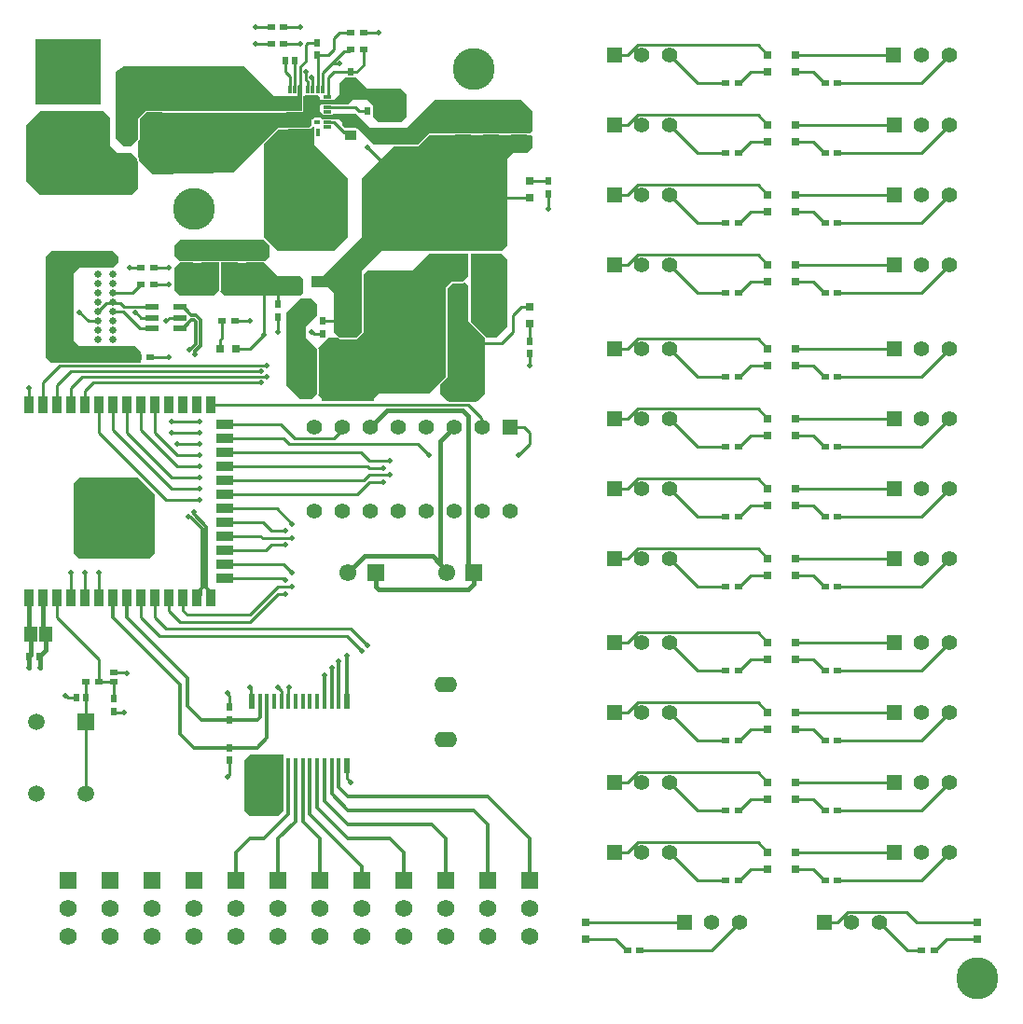
<source format=gtl>
G04*
G04 #@! TF.GenerationSoftware,Altium Limited,Altium Designer,21.7.2 (23)*
G04*
G04 Layer_Physical_Order=1*
G04 Layer_Color=255*
%FSLAX25Y25*%
%MOIN*%
G70*
G04*
G04 #@! TF.SameCoordinates,5233C9E9-E8BD-4DB4-A303-C3663256A2A9*
G04*
G04*
G04 #@! TF.FilePolarity,Positive*
G04*
G01*
G75*
%ADD10C,0.01000*%
%ADD19R,0.06496X0.04921*%
%ADD20R,0.05339X0.04638*%
%ADD21R,0.03937X0.03543*%
%ADD22R,0.04638X0.05339*%
%ADD23R,0.02362X0.02953*%
%ADD24R,0.02520X0.02362*%
%ADD25R,0.02362X0.02520*%
%ADD26R,0.02953X0.02362*%
%ADD27R,0.01575X0.05315*%
%ADD28R,0.02362X0.05315*%
%ADD29R,0.03150X0.03150*%
%ADD30R,0.03543X0.05906*%
%ADD31R,0.05906X0.03543*%
%ADD32R,0.03150X0.03150*%
%ADD33R,0.02284X0.01496*%
%ADD34R,0.06201X0.04134*%
%ADD35R,0.01181X0.02854*%
%ADD36R,0.02854X0.01181*%
%ADD37R,0.01181X0.02874*%
%ADD38C,0.01072*%
%ADD39C,0.04252*%
%ADD40C,0.03255*%
%ADD41R,0.05000X0.05512*%
%ADD42R,0.18583X0.18898*%
G04:AMPARAMS|DCode=43|XSize=39.54mil|YSize=125.28mil|CornerRadius=17.2mil|HoleSize=0mil|Usage=FLASHONLY|Rotation=270.000|XOffset=0mil|YOffset=0mil|HoleType=Round|Shape=RoundedRectangle|*
%AMROUNDEDRECTD43*
21,1,0.03954,0.09088,0,0,270.0*
21,1,0.00514,0.12528,0,0,270.0*
1,1,0.03440,-0.04544,-0.00257*
1,1,0.03440,-0.04544,0.00257*
1,1,0.03440,0.04544,0.00257*
1,1,0.03440,0.04544,-0.00257*
%
%ADD43ROUNDEDRECTD43*%
G04:AMPARAMS|DCode=44|XSize=39.54mil|YSize=34.34mil|CornerRadius=17.17mil|HoleSize=0mil|Usage=FLASHONLY|Rotation=270.000|XOffset=0mil|YOffset=0mil|HoleType=Round|Shape=RoundedRectangle|*
%AMROUNDEDRECTD44*
21,1,0.03954,0.00000,0,0,270.0*
21,1,0.00520,0.03434,0,0,270.0*
1,1,0.03434,0.00000,-0.00260*
1,1,0.03434,0.00000,0.00260*
1,1,0.03434,0.00000,0.00260*
1,1,0.03434,0.00000,-0.00260*
%
%ADD44ROUNDEDRECTD44*%
%ADD45R,0.03434X0.03954*%
%ADD46R,0.05315X0.05906*%
%ADD47R,0.03150X0.03543*%
%ADD48R,0.12500X0.19500*%
G04:AMPARAMS|DCode=49|XSize=47.64mil|YSize=23.23mil|CornerRadius=2.9mil|HoleSize=0mil|Usage=FLASHONLY|Rotation=0.000|XOffset=0mil|YOffset=0mil|HoleType=Round|Shape=RoundedRectangle|*
%AMROUNDEDRECTD49*
21,1,0.04764,0.01742,0,0,0.0*
21,1,0.04183,0.02323,0,0,0.0*
1,1,0.00581,0.02092,-0.00871*
1,1,0.00581,-0.02092,-0.00871*
1,1,0.00581,-0.02092,0.00871*
1,1,0.00581,0.02092,0.00871*
%
%ADD49ROUNDEDRECTD49*%
%ADD70C,0.06181*%
%ADD71R,0.06181X0.06181*%
%ADD73C,0.05512*%
%ADD74R,0.05512X0.05512*%
%ADD75C,0.02559*%
G04:AMPARAMS|DCode=76|XSize=35.43mil|YSize=94.49mil|CornerRadius=17.72mil|HoleSize=0mil|Usage=FLASHONLY|Rotation=270.000|XOffset=0mil|YOffset=0mil|HoleType=Round|Shape=RoundedRectangle|*
%AMROUNDEDRECTD76*
21,1,0.03543,0.05906,0,0,270.0*
21,1,0.00000,0.09449,0,0,270.0*
1,1,0.03543,-0.02953,0.00000*
1,1,0.03543,-0.02953,0.00000*
1,1,0.03543,0.02953,0.00000*
1,1,0.03543,0.02953,0.00000*
%
%ADD76ROUNDEDRECTD76*%
G04:AMPARAMS|DCode=77|XSize=35.43mil|YSize=66.93mil|CornerRadius=17.72mil|HoleSize=0mil|Usage=FLASHONLY|Rotation=270.000|XOffset=0mil|YOffset=0mil|HoleType=Round|Shape=RoundedRectangle|*
%AMROUNDEDRECTD77*
21,1,0.03543,0.03150,0,0,270.0*
21,1,0.00000,0.06693,0,0,270.0*
1,1,0.03543,-0.01575,0.00000*
1,1,0.03543,-0.01575,0.00000*
1,1,0.03543,0.01575,0.00000*
1,1,0.03543,0.01575,0.00000*
%
%ADD77ROUNDEDRECTD77*%
%ADD79C,0.06102*%
%ADD80R,0.06102X0.06102*%
%ADD81C,0.01500*%
%ADD82C,0.01200*%
%ADD83C,0.06000*%
%ADD84C,0.15000*%
%ADD85R,0.23622X0.23622*%
%ADD86R,0.05512X0.05512*%
%ADD87R,0.05906X0.05906*%
%ADD88C,0.05906*%
%ADD89O,0.08268X0.05512*%
%ADD90C,0.23622*%
%ADD91C,0.01968*%
G36*
X252000Y423000D02*
X264000D01*
X266000Y421000D01*
Y413000D01*
X264000Y411000D01*
X256000D01*
X254000Y413000D01*
Y417000D01*
X252000Y419000D01*
X246500D01*
X244967Y417467D01*
X235467D01*
X235000Y417000D01*
Y415000D01*
X235801Y414199D01*
Y413714D01*
X239455D01*
Y414000D01*
X248000D01*
X253000Y409000D01*
X266000D01*
X276000Y419000D01*
X307000D01*
X311000Y415000D01*
Y408000D01*
X310000Y407000D01*
X309163D01*
Y407105D01*
X303024D01*
Y407000D01*
X299116D01*
Y407105D01*
X292977D01*
Y407000D01*
X289070D01*
Y407105D01*
X282930D01*
Y407000D01*
X274000D01*
X270000Y403000D01*
X254000D01*
X248369Y408632D01*
Y408782D01*
X248218D01*
X248000Y409000D01*
X244000D01*
X243000Y410000D01*
Y411000D01*
X242000Y412000D01*
X239455D01*
Y412152D01*
X235848D01*
X235087Y412913D01*
X232953D01*
X232039Y412000D01*
X232000D01*
Y410000D01*
X231232Y409232D01*
X223602D01*
X223296Y409105D01*
X223253Y409000D01*
X220000D01*
X204000Y393000D01*
X175046Y392454D01*
X170014Y397486D01*
Y398569D01*
X170000D01*
Y404388D01*
X170306Y404694D01*
X170433Y405000D01*
Y412321D01*
X172697Y414585D01*
X172906Y414672D01*
X178540D01*
X178793Y414567D01*
X222800D01*
X222879Y414600D01*
X222965Y414600D01*
X222981Y414615D01*
X223110Y414669D01*
Y414705D01*
X228063D01*
X228215Y414768D01*
X228366Y414828D01*
X228722Y415176D01*
X228723Y415179D01*
X228725Y415180D01*
X228788Y415331D01*
X228852Y415481D01*
X228851Y415484D01*
X228852Y415486D01*
Y420224D01*
X228933Y420420D01*
Y420424D01*
X229101Y420560D01*
X229502Y420801D01*
X234199D01*
X235000Y420000D01*
Y419000D01*
X240000D01*
X242000Y421000D01*
Y425000D01*
X244000Y427000D01*
X248000D01*
X252000Y423000D01*
D02*
G37*
G36*
X218500Y420500D02*
X227000D01*
Y424000D01*
X227500Y424500D01*
X228000D01*
X228500Y424000D01*
Y420420D01*
X228419D01*
Y415486D01*
X228063Y415138D01*
X223110D01*
X222804Y415011D01*
X222800Y415000D01*
X178793D01*
Y415105D01*
X172654D01*
Y415000D01*
X172500D01*
X170000Y412500D01*
Y405000D01*
X167500Y402500D01*
X165000D01*
X162000Y405500D01*
Y429000D01*
X165000Y431000D01*
X208000D01*
X218500Y420500D01*
D02*
G37*
G36*
X311000Y406000D02*
Y402000D01*
X309000Y400000D01*
X304000D01*
X302000Y398000D01*
Y367000D01*
X300000Y365000D01*
X257000D01*
X250000Y358000D01*
Y336000D01*
X248000Y334000D01*
X242000D01*
X240000Y336000D01*
Y350000D01*
X238000Y352000D01*
X232000D01*
Y356000D01*
X236000D01*
X250000Y370000D01*
Y391000D01*
X261567Y402567D01*
X270000D01*
X270306Y402694D01*
X274179Y406567D01*
X282930D01*
X283183Y406672D01*
X288817D01*
X289070Y406567D01*
X292977D01*
X293230Y406672D01*
X298864D01*
X299116Y406567D01*
X303024D01*
X303276Y406672D01*
X308910D01*
X309163Y406567D01*
X310000D01*
X310306Y406694D01*
X311000Y406000D01*
D02*
G37*
G36*
X160000Y412500D02*
Y402500D01*
X162500Y400000D01*
X167500D01*
X169581Y397919D01*
Y397486D01*
X169707Y397180D01*
X170000Y396888D01*
Y387500D01*
X167500Y385000D01*
X135000D01*
X130000Y390000D01*
Y410000D01*
X135000Y415000D01*
X157500D01*
X160000Y412500D01*
D02*
G37*
G36*
X233000Y403000D02*
X245000Y391000D01*
Y370000D01*
X240000Y365000D01*
X220000D01*
X215000Y370000D01*
Y403388D01*
X220179Y408567D01*
X223253D01*
X223332Y408600D01*
X223418D01*
X223479Y408661D01*
X223559Y408694D01*
X223585Y408756D01*
X223602Y408764D01*
Y408799D01*
X231232D01*
X231538Y408926D01*
X232112Y409500D01*
X233000D01*
Y403000D01*
D02*
G37*
G36*
X217000Y367000D02*
Y363000D01*
X215306Y361306D01*
X215000Y361433D01*
X208660D01*
X208379Y361316D01*
X205622D01*
X205340Y361433D01*
X199433D01*
X199216Y361343D01*
X199000Y361433D01*
X192660D01*
X192378Y361316D01*
X189621D01*
X189340Y361433D01*
X185000D01*
X184694Y361306D01*
X183000Y363000D01*
Y367000D01*
X185000Y369000D01*
X215000D01*
X217000Y367000D01*
D02*
G37*
G36*
X220000Y356000D02*
X228000D01*
X229000Y355000D01*
Y350000D01*
X228000Y349000D01*
X201000D01*
X199306Y350694D01*
X199433Y351000D01*
Y361000D01*
X205340D01*
Y360883D01*
X208660D01*
Y361000D01*
X215000D01*
X220000Y356000D01*
D02*
G37*
G36*
X199000Y351000D02*
X197000Y349000D01*
X185000D01*
X183000Y351000D01*
Y359000D01*
X185000Y361000D01*
X189340D01*
Y360883D01*
X192660D01*
Y361000D01*
X199000D01*
Y351000D01*
D02*
G37*
G36*
X302000Y362000D02*
Y338000D01*
X298000Y334000D01*
X294433D01*
X294306Y334306D01*
X289000Y339612D01*
Y364000D01*
X300000D01*
X302000Y362000D01*
D02*
G37*
G36*
X288000Y364000D02*
Y356000D01*
X286000Y354000D01*
X282000D01*
X280000Y352000D01*
Y320000D01*
X274000Y314000D01*
X256000D01*
X254000Y312000D01*
X236000D01*
X234306Y313694D01*
X234433Y314000D01*
Y330000D01*
X234306Y330306D01*
X238000Y334000D01*
X241388D01*
X241694Y333694D01*
X242000Y333567D01*
X248000D01*
X248306Y333694D01*
X250306Y335694D01*
X250433Y336000D01*
Y356433D01*
X252000Y358000D01*
X268000D01*
X274000Y364000D01*
X288000Y364000D01*
D02*
G37*
G36*
X163000Y363000D02*
Y361000D01*
X161000Y359000D01*
X149000D01*
X147000Y357000D01*
Y333000D01*
X149000Y331000D01*
X169000D01*
X171000Y329000D01*
Y325000D01*
X139000D01*
X137000Y327000D01*
Y363000D01*
X139000Y365000D01*
X161000D01*
X163000Y363000D01*
D02*
G37*
G36*
X288000Y352612D02*
Y340000D01*
X294000Y334000D01*
Y314000D01*
X292000Y312000D01*
X280000D01*
X278000Y314000D01*
Y317388D01*
X280306Y319694D01*
X280433Y320000D01*
Y351821D01*
X282179Y353567D01*
X286000D01*
X286306Y353694D01*
X286612Y354000D01*
X288000Y352612D01*
D02*
G37*
G36*
X234000Y346000D02*
Y342000D01*
X230000Y338000D01*
Y334000D01*
X234000Y330000D01*
Y314000D01*
X232000Y312000D01*
X228000D01*
X223000Y317000D01*
Y343000D01*
X228000Y348000D01*
X232000D01*
X234000Y346000D01*
D02*
G37*
G36*
X176000Y278000D02*
Y257000D01*
X174000Y255000D01*
Y255000D01*
X150000D01*
X149000Y255000D01*
X147000Y257000D01*
Y282000D01*
X149000Y284000D01*
X170000D01*
X176000Y278000D01*
D02*
G37*
G36*
X222000Y165000D02*
X220000Y163000D01*
X210000D01*
X208000Y165000D01*
Y183000D01*
X210000Y185000D01*
X222000D01*
Y165000D01*
D02*
G37*
D10*
X310000Y390000D02*
X316405D01*
Y380188D02*
Y385472D01*
X243465Y407535D02*
X246000D01*
X239929Y411071D02*
X243465Y407535D01*
X237719Y411071D02*
X239929D01*
X247524Y416476D02*
X249000Y415000D01*
X252000D01*
X237628Y416476D02*
X247524D01*
X156000Y241102D02*
Y250000D01*
X151000Y241102D02*
Y250000D01*
X146000Y241102D02*
Y250000D01*
X184000Y296000D02*
X192000D01*
Y304000D02*
Y304262D01*
X182000Y304000D02*
X192000D01*
X182000Y300000D02*
X192000D01*
X151000Y310000D02*
Y315000D01*
X146000Y310000D02*
Y316000D01*
X150000Y320000D01*
X216000D01*
X146000Y322000D02*
X214000D01*
X142000Y324000D02*
X216000D01*
X141000Y317000D02*
X146000Y322000D01*
X136000Y318000D02*
X142000Y324000D01*
X239031Y432030D02*
X241969D01*
X239031D02*
X243611Y436611D01*
X235807Y428807D02*
X239031Y432030D01*
X258000Y396000D02*
X260000D01*
X252000Y402000D02*
X258000Y396000D01*
X270000Y296000D02*
X274000Y292000D01*
X224000Y296000D02*
X270000D01*
X310000D02*
Y300000D01*
X306000Y292000D02*
X310000Y296000D01*
X303000Y302000D02*
X308000D01*
X310000Y300000D01*
X292491Y302509D02*
X293000Y302000D01*
X288000Y310000D02*
X292491Y305509D01*
X196000Y310000D02*
X288000D01*
X292491Y302509D02*
Y305509D01*
X240000Y298000D02*
X243000Y301000D01*
Y302000D01*
X180000Y340000D02*
X181260Y341260D01*
X184882D01*
X151000Y315000D02*
X154000Y318000D01*
X214000D01*
X176000Y234000D02*
X180000Y230000D01*
X176000Y234000D02*
Y241102D01*
X244500Y227500D02*
X250000Y222000D01*
X177500Y227500D02*
X244500D01*
X180000Y230000D02*
X246000D01*
X252000Y224000D01*
X171000Y234000D02*
X177500Y227500D01*
X171000Y234000D02*
Y241102D01*
X220000Y242500D02*
X222500D01*
X210000Y232500D02*
X220000Y242500D01*
X185000Y232500D02*
X210000D01*
X181000Y236500D02*
X185000Y232500D01*
X181000Y236500D02*
Y241102D01*
X220000Y245000D02*
X225000D01*
X210000Y235000D02*
X220000Y245000D01*
X187500Y235000D02*
X210000D01*
X186000Y236500D02*
X187500Y235000D01*
X186000Y236500D02*
Y241102D01*
X222238Y247500D02*
X222500D01*
X221687Y248051D02*
X222238Y247500D01*
X200921Y248051D02*
X221687D01*
X221949Y253051D02*
X225000Y250000D01*
X200921Y253051D02*
X221949D01*
X200921Y258051D02*
X215551D01*
X217500Y260000D02*
X222500D01*
X215551Y258051D02*
X217500Y260000D01*
X214332Y262500D02*
X225000D01*
X213780Y263051D02*
X214332Y262500D01*
X200921Y263051D02*
X213780D01*
X217500Y265000D02*
X222500D01*
X214449Y268051D02*
X217500Y265000D01*
X200921Y268051D02*
X214449D01*
X219449Y273051D02*
X225000Y267500D01*
X200921Y273051D02*
X219449D01*
X252500Y290000D02*
X260000D01*
X249449Y293051D02*
X252500Y290000D01*
X200921Y293051D02*
X249449D01*
X252500Y287500D02*
X257500D01*
X251949Y288051D02*
X252500Y287500D01*
X200921Y288051D02*
X251949D01*
X200921Y278051D02*
X248051D01*
X252500Y282500D01*
X257500D01*
X250551Y283051D02*
X252500Y285000D01*
X260000D01*
X200921Y283051D02*
X250551D01*
X221949Y298051D02*
X224000Y296000D01*
X200921Y298051D02*
X221949D01*
X226000Y298000D02*
X240000D01*
X220949Y303051D02*
X226000Y298000D01*
X200921Y303051D02*
X220949D01*
X405000Y410000D02*
X440158D01*
X411083Y404095D02*
X415177Y400000D01*
X415472D01*
X405000Y404095D02*
X411083D01*
Y379095D02*
X415177Y375000D01*
X405000Y379095D02*
X411083D01*
X415177Y375000D02*
X415472D01*
X405000Y385000D02*
X440158D01*
X405000Y360000D02*
X440158D01*
X411083Y354095D02*
X415177Y350000D01*
X405000Y354095D02*
X411083D01*
X415177Y350000D02*
X415472D01*
X359842Y330000D02*
X369843Y320000D01*
X380000D01*
X384528D02*
X384823D01*
X388917Y324095D02*
X395000D01*
X384823Y320000D02*
X388917Y324095D01*
X405000D02*
X411083D01*
X415177Y320000D01*
X415472D01*
X405000Y330000D02*
X440158D01*
X405000Y305000D02*
X440158D01*
X405000Y255000D02*
X440158D01*
X405000Y280000D02*
X440158D01*
X415177Y295000D02*
X415472D01*
X405000Y299095D02*
X411083D01*
X415177Y295000D01*
X405000Y274095D02*
X411083D01*
X415177Y270000D01*
X415472D01*
X415177Y245000D02*
X415472D01*
X405000Y249095D02*
X411083D01*
X415177Y245000D01*
X411083Y219094D02*
X415177Y215000D01*
X415472D01*
X405000Y219094D02*
X411083D01*
X405000Y225000D02*
X440158D01*
X405000Y200000D02*
X440158D01*
X415177Y190000D02*
X415472D01*
X405000Y194095D02*
X411083D01*
X415177Y190000D01*
Y140000D02*
X415472D01*
X405000Y144095D02*
X411083D01*
X415177Y140000D01*
X411083Y169095D02*
X415177Y165000D01*
X405000Y169095D02*
X411083D01*
X415177Y165000D02*
X415472D01*
X405000Y175000D02*
X440158D01*
X405000Y150000D02*
X440158D01*
X415158Y125000D02*
X419830D01*
X423486Y128656D01*
X444378D01*
X448033Y125000D01*
X470000D01*
X454823Y115000D02*
X458917Y119095D01*
X470000D01*
X454528Y115000D02*
X454823D01*
X434842Y125000D02*
X444842Y115000D01*
X450000D01*
X374843D02*
X384842Y125000D01*
X349304Y115000D02*
X374843D01*
X340386Y119095D02*
X344481Y115000D01*
X330000Y119095D02*
X340386D01*
X344481Y115000D02*
X344776D01*
X330000Y125000D02*
X365158D01*
X449843Y140000D02*
X459842Y150000D01*
X420000Y140000D02*
X449843D01*
X420000Y165000D02*
X449843D01*
X459842Y175000D01*
X420000Y190000D02*
X449843D01*
X459842Y200000D01*
X420000Y215000D02*
X449843D01*
X459842Y225000D01*
X449843Y245000D02*
X459842Y255000D01*
X420000Y245000D02*
X449843D01*
X420000Y270000D02*
X449843D01*
X459842Y280000D01*
X420000Y295000D02*
X449843D01*
X459842Y305000D01*
X420000Y320000D02*
X449843D01*
X459842Y330000D01*
X449843Y350000D02*
X459842Y360000D01*
X420000Y350000D02*
X449843D01*
Y375000D02*
X459842Y385000D01*
X420000Y375000D02*
X449843D01*
X420000Y400000D02*
X449843D01*
X459842Y410000D01*
X449685Y425000D02*
X459685Y435000D01*
X420000Y425000D02*
X449685D01*
X411083Y429095D02*
X415177Y425000D01*
X415472D01*
X405000Y429095D02*
X411083D01*
X405000Y435000D02*
X440000D01*
X384528Y140000D02*
X384823D01*
X388917Y144095D02*
X395000D01*
X384823Y140000D02*
X388917Y144095D01*
X369843Y140000D02*
X380000D01*
X359842Y150000D02*
X369843Y140000D01*
X359842Y175000D02*
X369843Y165000D01*
X380000D01*
X384528D02*
X384823D01*
X388917Y169095D02*
X395000D01*
X384823Y165000D02*
X388917Y169095D01*
X359842Y200000D02*
X369843Y190000D01*
X380000D01*
X384823D02*
X388917Y194095D01*
X395000D01*
X384528Y190000D02*
X384823D01*
X369843Y215000D02*
X380000D01*
X359842Y225000D02*
X369843Y215000D01*
X388917Y219094D02*
X395000D01*
X384823Y215000D02*
X388917Y219094D01*
X384528Y215000D02*
X384823D01*
X359842Y255000D02*
X369843Y245000D01*
X380000D01*
X388917Y249095D02*
X395000D01*
X384823Y245000D02*
X388917Y249095D01*
X384528Y245000D02*
X384823D01*
X369843Y270000D02*
X380000D01*
X359842Y280000D02*
X369843Y270000D01*
X384528D02*
X384823D01*
X388917Y274095D02*
X395000D01*
X384823Y270000D02*
X388917Y274095D01*
X359842Y305000D02*
X369843Y295000D01*
X380000D01*
X384528D02*
X384823D01*
X388917Y299095D02*
X395000D01*
X384823Y295000D02*
X388917Y299095D01*
X369843Y350000D02*
X380000D01*
X359842Y360000D02*
X369843Y350000D01*
X388917Y354095D02*
X395000D01*
X384823Y350000D02*
X388917Y354095D01*
X384528Y350000D02*
X384823D01*
X359842Y385000D02*
X369843Y375000D01*
X380000D01*
X384823D02*
X388917Y379095D01*
X384528Y375000D02*
X384823D01*
X388917Y379095D02*
X395000D01*
X359842Y435000D02*
X369843Y425000D01*
X380000D01*
X359842Y410000D02*
X369843Y400000D01*
X380000D01*
X384823D02*
X388917Y404095D01*
X384528Y400000D02*
X384823D01*
X388917Y404095D02*
X395000D01*
X384823Y425000D02*
X388917Y429095D01*
X395000D01*
X384528Y425000D02*
X384823D01*
X391344Y438656D02*
X395000Y435000D01*
X348486Y438656D02*
X391344D01*
X344830Y435000D02*
X348486Y438656D01*
X340158Y435000D02*
X344830D01*
X391344Y413656D02*
X395000Y410000D01*
X348486Y413656D02*
X391344D01*
X344830Y410000D02*
X348486Y413656D01*
X340158Y410000D02*
X344830D01*
X391344Y388656D02*
X395000Y385000D01*
X348486Y388656D02*
X391344D01*
X344830Y385000D02*
X348486Y388656D01*
X340158Y385000D02*
X344830D01*
X391344Y363656D02*
X395000Y360000D01*
X348486Y363656D02*
X391344D01*
X344830Y360000D02*
X348486Y363656D01*
X340158Y360000D02*
X344830D01*
X391344Y333656D02*
X395000Y330000D01*
X348486Y333656D02*
X391344D01*
X344830Y330000D02*
X348486Y333656D01*
X340158Y330000D02*
X344830D01*
X391344Y308656D02*
X395000Y305000D01*
X348486Y308656D02*
X391344D01*
X344830Y305000D02*
X348486Y308656D01*
X340158Y305000D02*
X344830D01*
X391344Y283656D02*
X395000Y280000D01*
X348486Y283656D02*
X391344D01*
X344830Y280000D02*
X348486Y283656D01*
X340158Y280000D02*
X344830D01*
X391344Y258656D02*
X395000Y255000D01*
X348486Y258656D02*
X391344D01*
X344830Y255000D02*
X348486Y258656D01*
X340158Y255000D02*
X344830D01*
X391344Y228656D02*
X395000Y225000D01*
X348486Y228656D02*
X391344D01*
X344830Y225000D02*
X348486Y228656D01*
X340158Y225000D02*
X344830D01*
X391344Y203656D02*
X395000Y200000D01*
X348486Y203656D02*
X391344D01*
X344830Y200000D02*
X348486Y203656D01*
X340158Y200000D02*
X344830D01*
X348486Y178656D02*
X391344D01*
X340158Y175000D02*
X344830D01*
X348486Y178656D01*
X391344D02*
X395000Y175000D01*
X391344Y153656D02*
X395000Y150000D01*
X348486Y153656D02*
X391344D01*
X344830Y150000D02*
X348486Y153656D01*
X340158Y150000D02*
X344830D01*
X141000Y310000D02*
Y317000D01*
X136000Y310000D02*
Y318000D01*
X176000Y300000D02*
Y310000D01*
X184000Y292000D02*
X192000D01*
X176000Y300000D02*
X184000Y292000D01*
X171000Y301000D02*
Y310000D01*
X184000Y288000D02*
X192000D01*
X171000Y301000D02*
X184000Y288000D01*
X166000Y300000D02*
Y310000D01*
X182000Y284000D02*
X192000D01*
X166000Y300000D02*
X182000Y284000D01*
X161000Y301000D02*
X182000Y280000D01*
X161000Y301000D02*
Y310000D01*
X182000Y280000D02*
X192000D01*
X156000Y300000D02*
Y310000D01*
Y300000D02*
X180000Y276000D01*
X192000D01*
X215000Y335000D02*
Y350000D01*
X151161Y171205D02*
Y196795D01*
X151303Y196937D01*
Y205562D01*
X144000Y206000D02*
X144262D01*
X144700Y205562D01*
X147839D01*
X165273Y214465D02*
X165738Y214000D01*
X166000D01*
X161303Y214465D02*
X165273D01*
X161303Y200431D02*
X161734Y200000D01*
X165000D01*
X161303Y200431D02*
Y200472D01*
Y205000D02*
Y211000D01*
X155831D02*
X161303D01*
X151303Y205562D02*
Y211000D01*
X141000Y234000D02*
X155831Y219169D01*
Y211000D02*
Y219169D01*
X141000Y234000D02*
Y241102D01*
X246000Y175000D02*
Y175262D01*
X244528Y176734D02*
X246000Y175262D01*
X202500Y177762D02*
Y182972D01*
X202000Y206738D02*
Y207000D01*
Y206738D02*
X202500Y206238D01*
X223661Y204016D02*
Y208399D01*
X220000Y209000D02*
X221102Y207898D01*
Y204016D02*
Y207898D01*
X223661Y208399D02*
X224000Y208738D01*
Y209000D01*
X244528Y176734D02*
Y180984D01*
X202500Y202028D02*
Y206238D01*
X210000Y209000D02*
X210185Y208815D01*
Y204303D02*
Y208815D01*
Y204303D02*
X210472Y204016D01*
X202000Y177000D02*
Y177262D01*
X202500Y177762D01*
X131000Y310000D02*
Y316000D01*
X236000Y340052D02*
X239948D01*
X240000Y340000D01*
X232262Y336000D02*
X232738Y335524D01*
X232000Y336000D02*
X232262D01*
X232738Y335524D02*
X236000D01*
X300000Y396000D02*
X300188Y396188D01*
X220000Y336000D02*
Y341472D01*
Y346000D02*
Y350000D01*
X204528Y340000D02*
X210000D01*
X200000Y334000D02*
Y340000D01*
X199094Y333095D02*
X200000Y334000D01*
X199094Y330000D02*
Y333095D01*
X210000Y330000D02*
X215000Y335000D01*
X205000Y330000D02*
X210000D01*
X302000Y384000D02*
X302095Y384095D01*
X310000D01*
Y324000D02*
Y328331D01*
X307000Y345000D02*
X310000D01*
X304000Y342000D02*
X307000Y345000D01*
X304000Y336000D02*
Y342000D01*
X300000Y332000D02*
X304000Y336000D01*
X292000Y332000D02*
X300000D01*
X310000Y332859D02*
Y339094D01*
X174318Y327000D02*
X181000D01*
X175528Y353000D02*
X181000D01*
X175528Y359000D02*
X181000D01*
X167000D02*
X171000D01*
X149000Y343000D02*
X152020Y339980D01*
X155532D01*
X167724Y350020D02*
X170705Y353000D01*
X160846Y350020D02*
X167724D01*
X170705Y353000D02*
X171000D01*
X169033Y343000D02*
X170773Y341260D01*
X169000Y343000D02*
X169033D01*
X170773Y341260D02*
X175000D01*
X170480Y337520D02*
X175000D01*
X164673Y343327D02*
X170480Y337520D01*
X160846Y343327D02*
X164673D01*
X165000Y345000D02*
X175000D01*
X163625Y346375D02*
X165000Y345000D01*
X160846Y346673D02*
X161145Y346375D01*
X163625D01*
X160548D02*
X160846Y346673D01*
X155532Y343327D02*
X158580Y346375D01*
X160548D01*
X212000Y439000D02*
X217472D01*
X212000Y445000D02*
X217472D01*
X222000D02*
X228000D01*
X222000Y439000D02*
X228000D01*
X230000Y433000D02*
Y438942D01*
X227736Y430736D02*
X230000Y433000D01*
X227736Y422628D02*
Y430736D01*
X230000Y438942D02*
X230586Y439528D01*
X234000D01*
X250528Y443000D02*
X256000D01*
X242000D02*
X246000D01*
X240000Y441000D02*
X242000Y443000D01*
X240000Y437000D02*
Y441000D01*
X234000Y435000D02*
X238000D01*
X240000Y437000D01*
X245611Y436611D02*
X246000Y437000D01*
X243611Y436611D02*
X245611D01*
X246000Y429000D02*
X248000D01*
X250528Y431528D02*
Y437000D01*
X248000Y429000D02*
X250528Y431528D01*
X240000Y429000D02*
X246000D01*
X235807Y422628D02*
Y428807D01*
X238000Y427000D02*
X240000Y429000D01*
X238000Y420110D02*
Y427000D01*
X237910Y420020D02*
X238000Y420110D01*
X237628Y420020D02*
X237910D01*
X237628Y411161D02*
X237719Y411071D01*
X234018Y422646D02*
Y434982D01*
X232000Y427000D02*
X232173Y426827D01*
Y422718D02*
Y426827D01*
X229720Y426327D02*
Y429000D01*
Y426327D02*
X230492Y425555D01*
X234018Y422646D02*
X234035Y422628D01*
X234000Y435000D02*
X234018Y434982D01*
X232173Y422718D02*
X232264Y422628D01*
X230492D02*
Y425555D01*
X225982Y422646D02*
Y432982D01*
X226000Y433000D01*
X225965Y422628D02*
X225982Y422646D01*
X222535Y429067D02*
X224193Y427410D01*
X222535Y429067D02*
Y433000D01*
X224193Y422628D02*
Y427410D01*
D19*
X166366Y409291D02*
D03*
Y395709D02*
D03*
D20*
X175723Y412386D02*
D03*
Y417614D02*
D03*
X306093Y409614D02*
D03*
Y404386D02*
D03*
X186654Y412057D02*
D03*
Y417286D02*
D03*
X196701Y412057D02*
D03*
Y417286D02*
D03*
X296047Y409614D02*
D03*
Y404386D02*
D03*
X286000Y409614D02*
D03*
Y404386D02*
D03*
X206747Y412057D02*
D03*
Y417286D02*
D03*
D21*
X246000Y411925D02*
D03*
Y406610D02*
D03*
X213000Y363390D02*
D03*
Y358075D02*
D03*
D22*
X131535Y228000D02*
D03*
X136764D02*
D03*
D23*
X161303Y205000D02*
D03*
Y200472D02*
D03*
X202500Y182972D02*
D03*
Y187500D02*
D03*
Y197500D02*
D03*
Y202028D02*
D03*
X236000Y340052D02*
D03*
Y335524D02*
D03*
X220000Y341472D02*
D03*
Y346000D02*
D03*
X234000Y439528D02*
D03*
Y435000D02*
D03*
X246000Y429000D02*
D03*
Y424472D02*
D03*
X316405Y385472D02*
D03*
Y390000D02*
D03*
X310000Y328331D02*
D03*
Y332859D02*
D03*
D24*
X161303Y211000D02*
D03*
Y214465D02*
D03*
X215000Y416732D02*
D03*
Y413268D02*
D03*
X278000Y405268D02*
D03*
Y408732D02*
D03*
X207000Y359000D02*
D03*
Y362465D02*
D03*
X191000Y359000D02*
D03*
Y362465D02*
D03*
D25*
X151303Y205562D02*
D03*
X147839D02*
D03*
X134465Y220000D02*
D03*
X131000D02*
D03*
X226000Y433000D02*
D03*
X222535D02*
D03*
X252000Y415000D02*
D03*
X255465D02*
D03*
X201000Y359000D02*
D03*
X197535D02*
D03*
D26*
X155831Y211000D02*
D03*
X151303D02*
D03*
X420000Y320000D02*
D03*
X415472D02*
D03*
X380000Y350000D02*
D03*
X384528D02*
D03*
X420000Y295000D02*
D03*
X415472D02*
D03*
X420000Y350000D02*
D03*
X415472D02*
D03*
X380000Y320000D02*
D03*
X384528D02*
D03*
X450000Y115000D02*
D03*
X454528D02*
D03*
X380000Y140000D02*
D03*
X384528D02*
D03*
X380000Y165000D02*
D03*
X384528D02*
D03*
X420000Y140000D02*
D03*
X415472D02*
D03*
X349304Y115000D02*
D03*
X344776D02*
D03*
X380000Y190000D02*
D03*
X384528D02*
D03*
X420000Y425000D02*
D03*
X415472D02*
D03*
X420000Y400000D02*
D03*
X415472D02*
D03*
X420000Y375000D02*
D03*
X415472D02*
D03*
X380000Y400000D02*
D03*
X384528D02*
D03*
X380000Y425000D02*
D03*
X384528D02*
D03*
X380000Y375000D02*
D03*
X384528D02*
D03*
X420000Y165000D02*
D03*
X415472D02*
D03*
X420000Y245000D02*
D03*
X415472D02*
D03*
X420000Y190000D02*
D03*
X415472D02*
D03*
X380000Y215000D02*
D03*
X384528D02*
D03*
X420000D02*
D03*
X415472D02*
D03*
X380000Y245000D02*
D03*
X384528D02*
D03*
X380000Y295000D02*
D03*
X384528D02*
D03*
X380000Y270000D02*
D03*
X384528D02*
D03*
X420000D02*
D03*
X415472D02*
D03*
X246000Y443000D02*
D03*
X250528D02*
D03*
X246000Y437000D02*
D03*
X250528D02*
D03*
X222000Y445000D02*
D03*
X217472D02*
D03*
X222000Y439000D02*
D03*
X217472D02*
D03*
X204528Y340000D02*
D03*
X200000D02*
D03*
X175528Y353000D02*
D03*
X171000D02*
D03*
X175528Y359000D02*
D03*
X171000D02*
D03*
X174318Y327000D02*
D03*
X169791D02*
D03*
D27*
X218543Y204016D02*
D03*
X215984D02*
D03*
X213425D02*
D03*
X221102D02*
D03*
X223661D02*
D03*
Y180984D02*
D03*
X221102D02*
D03*
X213425D02*
D03*
X215984D02*
D03*
X218543D02*
D03*
X226220D02*
D03*
X228780D02*
D03*
X231339D02*
D03*
X233898D02*
D03*
X241575D02*
D03*
X239016D02*
D03*
X236457D02*
D03*
Y204016D02*
D03*
X239016D02*
D03*
X241575D02*
D03*
X233898D02*
D03*
X231339D02*
D03*
X228780D02*
D03*
X226220D02*
D03*
D28*
X210472Y180984D02*
D03*
X244528D02*
D03*
Y204016D02*
D03*
X210472D02*
D03*
D29*
X470000Y125000D02*
D03*
Y119095D02*
D03*
X395000Y150000D02*
D03*
Y144095D02*
D03*
X405000Y150000D02*
D03*
Y144095D02*
D03*
Y175000D02*
D03*
Y169095D02*
D03*
X395000Y175000D02*
D03*
Y169095D02*
D03*
X330000Y125000D02*
D03*
Y119095D02*
D03*
X405000Y435000D02*
D03*
Y429095D02*
D03*
X395000Y410000D02*
D03*
Y404095D02*
D03*
X405000Y410000D02*
D03*
Y404095D02*
D03*
X395000Y435000D02*
D03*
Y429095D02*
D03*
Y360000D02*
D03*
Y354095D02*
D03*
X405000Y385000D02*
D03*
Y379095D02*
D03*
Y360000D02*
D03*
Y354095D02*
D03*
X395000Y385000D02*
D03*
Y379095D02*
D03*
X405000Y255000D02*
D03*
Y249095D02*
D03*
X395000Y225000D02*
D03*
Y219094D02*
D03*
X405000Y305000D02*
D03*
Y299095D02*
D03*
Y280000D02*
D03*
Y274095D02*
D03*
X395000Y305000D02*
D03*
Y299095D02*
D03*
Y280000D02*
D03*
Y274095D02*
D03*
X405000Y330000D02*
D03*
Y324095D02*
D03*
X395000Y330000D02*
D03*
Y324095D02*
D03*
Y255000D02*
D03*
Y249095D02*
D03*
X405000Y200000D02*
D03*
Y194095D02*
D03*
X395000Y200000D02*
D03*
Y194095D02*
D03*
X405000Y225000D02*
D03*
Y219094D02*
D03*
X310000Y345000D02*
D03*
Y339094D02*
D03*
Y384095D02*
D03*
Y390000D02*
D03*
D30*
X131000Y241102D02*
D03*
X136000D02*
D03*
X141000D02*
D03*
X146000D02*
D03*
X151000D02*
D03*
X156000D02*
D03*
X161000D02*
D03*
X166000D02*
D03*
X171000D02*
D03*
X176000D02*
D03*
X181000D02*
D03*
X186000D02*
D03*
X191000D02*
D03*
X196000D02*
D03*
Y310000D02*
D03*
X191000D02*
D03*
X186000D02*
D03*
X181000D02*
D03*
X176000D02*
D03*
X171000D02*
D03*
X166000D02*
D03*
X161000D02*
D03*
X156000D02*
D03*
X151000D02*
D03*
X146000D02*
D03*
X141000D02*
D03*
X136000D02*
D03*
X131000D02*
D03*
D31*
X200921Y248051D02*
D03*
Y253051D02*
D03*
Y258051D02*
D03*
Y263051D02*
D03*
Y268051D02*
D03*
Y273051D02*
D03*
Y278051D02*
D03*
Y283051D02*
D03*
Y288051D02*
D03*
Y293051D02*
D03*
Y298051D02*
D03*
Y303051D02*
D03*
D32*
X205000Y330000D02*
D03*
X199094D02*
D03*
D33*
X233878Y411102D02*
D03*
D34*
X231919Y417953D02*
D03*
D35*
X224193Y422628D02*
D03*
X225965D02*
D03*
X227736D02*
D03*
X230492D02*
D03*
X232264D02*
D03*
X234035D02*
D03*
X235807D02*
D03*
D36*
X237628Y420020D02*
D03*
Y418248D02*
D03*
Y416476D02*
D03*
Y414705D02*
D03*
Y412933D02*
D03*
Y411161D02*
D03*
Y409390D02*
D03*
D37*
X234035Y407382D02*
D03*
D38*
X224316Y408086D02*
D03*
D39*
X227589Y412343D02*
D03*
D40*
X225337Y418211D02*
D03*
D41*
X245000Y342685D02*
D03*
Y350873D02*
D03*
X230000Y316811D02*
D03*
Y325000D02*
D03*
D42*
X259980Y346779D02*
D03*
X244980Y320905D02*
D03*
D43*
X286000Y313028D02*
D03*
D44*
X276984Y338972D02*
D03*
X286000D02*
D03*
D45*
X295016D02*
D03*
D46*
X285000Y347158D02*
D03*
X292677D02*
D03*
X285000Y360000D02*
D03*
X292677D02*
D03*
D47*
X233740Y353937D02*
D03*
X226260D02*
D03*
X230000Y346063D02*
D03*
D48*
X265500Y380000D02*
D03*
X230000D02*
D03*
D49*
X175000Y345000D02*
D03*
Y341260D02*
D03*
Y337520D02*
D03*
X184882D02*
D03*
Y341260D02*
D03*
Y345000D02*
D03*
D70*
X265000Y120000D02*
D03*
Y130000D02*
D03*
X235000Y120000D02*
D03*
Y130000D02*
D03*
X250000Y120000D02*
D03*
Y130000D02*
D03*
X205000Y120000D02*
D03*
Y130000D02*
D03*
X220000Y120000D02*
D03*
Y130000D02*
D03*
X190000Y120000D02*
D03*
Y130000D02*
D03*
X145000Y120000D02*
D03*
Y130000D02*
D03*
X160000Y120000D02*
D03*
Y130000D02*
D03*
X175000Y120000D02*
D03*
Y130000D02*
D03*
X310000Y120000D02*
D03*
Y130000D02*
D03*
X295000Y120000D02*
D03*
Y130000D02*
D03*
X280000Y120000D02*
D03*
Y130000D02*
D03*
D71*
X265000Y140000D02*
D03*
X235000D02*
D03*
X250000D02*
D03*
X205000D02*
D03*
X220000D02*
D03*
X190000D02*
D03*
X145000D02*
D03*
X160000D02*
D03*
X175000D02*
D03*
X310000D02*
D03*
X295000D02*
D03*
X280000D02*
D03*
D73*
X293000Y302000D02*
D03*
X283000D02*
D03*
X273000D02*
D03*
X263000D02*
D03*
X253000D02*
D03*
X243000D02*
D03*
X233000D02*
D03*
X303000Y272000D02*
D03*
X293000D02*
D03*
X283000D02*
D03*
X273000D02*
D03*
X263000D02*
D03*
X253000D02*
D03*
X243000D02*
D03*
X233000D02*
D03*
X459685Y435000D02*
D03*
X449843D02*
D03*
X459842Y410000D02*
D03*
X450000D02*
D03*
X459842Y385000D02*
D03*
X450000D02*
D03*
X459842Y360000D02*
D03*
X450000D02*
D03*
X359842Y255000D02*
D03*
X350000D02*
D03*
X359842Y280000D02*
D03*
X350000D02*
D03*
X359842Y330000D02*
D03*
X350000D02*
D03*
X359842Y305000D02*
D03*
X350000D02*
D03*
X359842Y225000D02*
D03*
X350000D02*
D03*
X359842Y200000D02*
D03*
X350000D02*
D03*
X359842Y175000D02*
D03*
X350000D02*
D03*
X359842Y150000D02*
D03*
X350000D02*
D03*
X359842Y385000D02*
D03*
X350000D02*
D03*
X359842Y435000D02*
D03*
X350000D02*
D03*
X359842Y410000D02*
D03*
X350000D02*
D03*
X359842Y360000D02*
D03*
X350000D02*
D03*
X459842Y150000D02*
D03*
X450000D02*
D03*
X459842Y175000D02*
D03*
X450000D02*
D03*
X434842Y125000D02*
D03*
X425000D02*
D03*
X384842D02*
D03*
X375000D02*
D03*
X459842Y280000D02*
D03*
X450000D02*
D03*
X459842Y255000D02*
D03*
X450000D02*
D03*
X459842Y225000D02*
D03*
X450000D02*
D03*
X459842Y200000D02*
D03*
X450000D02*
D03*
X459842Y305000D02*
D03*
X450000D02*
D03*
X459842Y330000D02*
D03*
X450000D02*
D03*
D74*
X440000Y435000D02*
D03*
X440158Y410000D02*
D03*
Y385000D02*
D03*
Y360000D02*
D03*
X340158Y255000D02*
D03*
Y280000D02*
D03*
Y330000D02*
D03*
Y305000D02*
D03*
Y225000D02*
D03*
Y200000D02*
D03*
Y175000D02*
D03*
Y150000D02*
D03*
Y385000D02*
D03*
Y435000D02*
D03*
Y410000D02*
D03*
Y360000D02*
D03*
X440158Y150000D02*
D03*
Y175000D02*
D03*
X415158Y125000D02*
D03*
X365158D02*
D03*
X440158Y280000D02*
D03*
Y255000D02*
D03*
Y225000D02*
D03*
Y200000D02*
D03*
Y305000D02*
D03*
Y330000D02*
D03*
D75*
X155532Y356713D02*
D03*
Y353366D02*
D03*
Y350020D02*
D03*
Y346673D02*
D03*
Y343327D02*
D03*
Y339980D02*
D03*
Y336634D02*
D03*
Y333287D02*
D03*
X160846D02*
D03*
Y336634D02*
D03*
Y339980D02*
D03*
Y343327D02*
D03*
Y346673D02*
D03*
Y350020D02*
D03*
Y353366D02*
D03*
Y356713D02*
D03*
D76*
X156988Y327972D02*
D03*
Y362028D02*
D03*
D77*
X143681Y327972D02*
D03*
Y362028D02*
D03*
D79*
X280157Y250000D02*
D03*
X245000D02*
D03*
D80*
X290000D02*
D03*
X254842D02*
D03*
D81*
X134465Y220079D02*
X134896Y219648D01*
Y218716D02*
X135000Y218612D01*
Y216000D02*
Y218612D01*
X134896Y218716D02*
Y219648D01*
X131000Y216000D02*
Y220000D01*
X136000Y228764D02*
Y241102D01*
Y228764D02*
X136764Y228000D01*
Y222378D02*
Y228000D01*
X134465Y220079D02*
X136764Y222378D01*
X131535Y220614D02*
Y228000D01*
X131000Y228535D02*
Y241102D01*
Y228535D02*
X131535Y228000D01*
X286000Y308000D02*
X288000Y306000D01*
Y252000D02*
Y306000D01*
X259000Y308000D02*
X286000D01*
X253000Y302000D02*
X259000Y308000D01*
X288000Y252000D02*
X290000Y250000D01*
Y246000D02*
Y250000D01*
X278000Y253180D02*
X280157Y251022D01*
X275180Y256000D02*
X278000Y253180D01*
Y297000D01*
X283000Y302000D01*
X245000Y250000D02*
X251000Y256000D01*
X275180D01*
X280157Y250000D02*
Y251022D01*
X254842Y245158D02*
X256000Y244000D01*
X254842Y245158D02*
Y250000D01*
X256000Y244000D02*
X288000D01*
X290000Y246000D01*
D82*
X194300Y244767D02*
Y266577D01*
Y244767D02*
X194828Y244239D01*
Y242274D02*
X196000Y241102D01*
X194828Y242274D02*
Y244239D01*
X189745Y271745D02*
X189892Y271599D01*
Y270984D02*
X194300Y266577D01*
X189892Y270984D02*
Y271599D01*
X192700Y244767D02*
Y265914D01*
X192172Y244239D02*
X192700Y244767D01*
X188761Y269853D02*
X192700Y265914D01*
X191000Y241102D02*
X192172Y242274D01*
Y244239D01*
X188254Y329746D02*
X188462D01*
X189315Y330569D02*
X190664Y331917D01*
X188967Y340460D02*
X189961D01*
X188264Y339681D02*
Y339757D01*
X188967Y340460D01*
X184882Y337520D02*
X186102D01*
X190084Y328000D02*
X190231Y328147D01*
Y328775D01*
X190339Y328882D02*
Y329329D01*
X192264Y331255D01*
Y340420D01*
X188967Y342060D02*
X190624D01*
X186102Y337520D02*
X188264Y339681D01*
Y342763D02*
X188967Y342060D01*
X189286Y330569D02*
X189315D01*
X188462Y329746D02*
X189286Y330569D01*
X188264Y342763D02*
Y342839D01*
X190231Y328775D02*
X190339Y328882D01*
X190664Y331917D02*
Y339757D01*
X186102Y345000D02*
X188264Y342839D01*
X189961Y340460D02*
X190664Y339757D01*
X184882Y345000D02*
X186102D01*
X190624Y342060D02*
X192264Y340420D01*
X190000Y187500D02*
X195000D01*
X192500Y197500D02*
X195000D01*
X161000Y234000D02*
X185000Y210000D01*
X161000Y234000D02*
Y241102D01*
X185000Y205000D02*
Y210000D01*
Y192500D02*
Y205000D01*
Y192500D02*
X190000Y187500D01*
X187500Y202500D02*
Y212500D01*
Y202500D02*
X192500Y197500D01*
X170000Y230000D02*
X187500Y212500D01*
X166000Y234000D02*
X170000Y230000D01*
X166000Y234000D02*
Y241102D01*
X195000Y197500D02*
X202500D01*
X239016Y204016D02*
Y215984D01*
X241575Y204016D02*
Y218425D01*
X244528Y204016D02*
Y220472D01*
X250000Y140000D02*
Y145000D01*
X236457Y204016D02*
Y213543D01*
X195000Y187500D02*
X202500D01*
X241575Y173425D02*
Y180984D01*
X239016Y170984D02*
Y180984D01*
X236457Y168543D02*
Y180984D01*
X215984Y190984D02*
Y204016D01*
X212500Y187500D02*
X215984Y190984D01*
X212546Y197500D02*
X213425Y198379D01*
Y204016D01*
X202500Y197500D02*
X212546D01*
X202500Y187500D02*
X212500D01*
X223661Y163661D02*
Y180984D01*
X228780Y161221D02*
Y180984D01*
X235000Y140000D02*
Y155000D01*
X233898Y166102D02*
Y180984D01*
X231339Y163661D02*
Y180984D01*
X226220Y161221D02*
Y180984D01*
X205000Y140000D02*
Y150000D01*
X220000Y140000D02*
Y155000D01*
X310000Y140000D02*
Y155000D01*
X265000Y140000D02*
Y150000D01*
X295000Y140000D02*
Y160000D01*
X280000Y140000D02*
Y155000D01*
X205000Y150000D02*
X210000Y155000D01*
X215000D01*
X223661Y163661D01*
X220000Y155000D02*
X226220Y161221D01*
X231339Y163661D02*
X250000Y145000D01*
X228780Y161221D02*
X235000Y155000D01*
X245000D02*
X260000D01*
X245000Y160000D02*
X275000D01*
X233898Y166102D02*
X245000Y155000D01*
X236457Y168543D02*
X245000Y160000D01*
X239016Y170984D02*
X245000Y165000D01*
X290000D01*
X275000Y160000D02*
X280000Y155000D01*
X241575Y173425D02*
X245000Y170000D01*
X295000D01*
X260000Y155000D02*
X265000Y150000D01*
X290000Y165000D02*
X295000Y160000D01*
Y170000D02*
X310000Y155000D01*
D83*
X170000Y278000D02*
D03*
X172000Y259000D02*
D03*
X151000Y280000D02*
D03*
Y259000D02*
D03*
D84*
X470000Y105000D02*
D03*
X190000Y380000D02*
D03*
X290000Y430000D02*
D03*
D85*
X145000Y429173D02*
D03*
D86*
X303000Y302000D02*
D03*
D87*
X151161Y196795D02*
D03*
D88*
X133445D02*
D03*
Y171205D02*
D03*
X151161D02*
D03*
D89*
X280000Y210000D02*
D03*
Y190315D02*
D03*
D90*
X146201Y400827D02*
D03*
D91*
X308000Y415000D02*
D03*
X304000Y417000D02*
D03*
X176000Y397000D02*
D03*
Y401000D02*
D03*
Y405000D02*
D03*
X156000Y250000D02*
D03*
X151000D02*
D03*
X146000D02*
D03*
X184000Y296000D02*
D03*
X192000Y304000D02*
D03*
X182000Y300000D02*
D03*
Y304000D02*
D03*
X241969Y432030D02*
D03*
X252000Y402000D02*
D03*
X274000Y292000D02*
D03*
X306000D02*
D03*
X188254Y329746D02*
D03*
X190084Y328000D02*
D03*
X189745Y271745D02*
D03*
X188000Y270000D02*
D03*
X180000Y340000D02*
D03*
X214000Y318000D02*
D03*
X216000Y320000D02*
D03*
X214000Y322000D02*
D03*
X216000Y324000D02*
D03*
X252000Y224000D02*
D03*
X250000Y222000D02*
D03*
X239016Y215984D02*
D03*
X244528Y220472D02*
D03*
X222500Y242500D02*
D03*
X225000Y245000D02*
D03*
X222500Y247500D02*
D03*
X225000Y250000D02*
D03*
X222500Y260000D02*
D03*
X225000Y262500D02*
D03*
X222500Y265000D02*
D03*
X225000Y267500D02*
D03*
X257500Y282500D02*
D03*
X260000Y285000D02*
D03*
Y290000D02*
D03*
X257500Y287500D02*
D03*
X292000Y322000D02*
D03*
X282000D02*
D03*
X286000Y326000D02*
D03*
X294000Y354010D02*
D03*
X300000D02*
D03*
X274000Y377000D02*
D03*
X290000D02*
D03*
X282000D02*
D03*
X298000D02*
D03*
X300000Y360000D02*
D03*
X274000Y369000D02*
D03*
X290000D02*
D03*
X282000D02*
D03*
X298000D02*
D03*
X290000Y385000D02*
D03*
X298000D02*
D03*
Y393000D02*
D03*
X236457Y213543D02*
D03*
X241575Y218425D02*
D03*
X192000Y276000D02*
D03*
Y280000D02*
D03*
Y284000D02*
D03*
Y288000D02*
D03*
Y292000D02*
D03*
Y296000D02*
D03*
Y300000D02*
D03*
X215000Y335000D02*
D03*
X144000Y206000D02*
D03*
X166000Y214000D02*
D03*
X165000Y200000D02*
D03*
X224000Y209000D02*
D03*
X218000Y167000D02*
D03*
X220000Y209000D02*
D03*
X210000D02*
D03*
X212000Y173000D02*
D03*
X218000D02*
D03*
X246000Y175000D02*
D03*
X202000Y177000D02*
D03*
X212000Y167000D02*
D03*
X202000Y207000D02*
D03*
X131000Y316000D02*
D03*
Y216000D02*
D03*
X135000D02*
D03*
X232000Y336000D02*
D03*
X220000D02*
D03*
X210000Y340000D02*
D03*
X316405Y380188D02*
D03*
X310000Y324000D02*
D03*
X282000Y330000D02*
D03*
X292000D02*
D03*
X300000Y348000D02*
D03*
X197000Y367000D02*
D03*
X191000D02*
D03*
X207000D02*
D03*
X213000D02*
D03*
X195000Y353000D02*
D03*
X187000Y359000D02*
D03*
Y353000D02*
D03*
X191000D02*
D03*
X181000Y327000D02*
D03*
Y353000D02*
D03*
Y359000D02*
D03*
X167000D02*
D03*
X149000Y343000D02*
D03*
X169000D02*
D03*
X256000Y421000D02*
D03*
X262000D02*
D03*
Y415000D02*
D03*
X290000D02*
D03*
X282000D02*
D03*
X278000Y417000D02*
D03*
X286000D02*
D03*
X274000Y385000D02*
D03*
Y393000D02*
D03*
X290000D02*
D03*
X282000D02*
D03*
Y385000D02*
D03*
X200000Y397000D02*
D03*
X194000D02*
D03*
X188000D02*
D03*
X182000D02*
D03*
Y401000D02*
D03*
X188000D02*
D03*
X194000D02*
D03*
X200000D02*
D03*
X206000D02*
D03*
Y405000D02*
D03*
X200000D02*
D03*
X194000D02*
D03*
X188000D02*
D03*
X182000D02*
D03*
X212000Y439000D02*
D03*
Y445000D02*
D03*
X228000D02*
D03*
Y439000D02*
D03*
X256000Y443000D02*
D03*
X232000Y427000D02*
D03*
X229720Y429000D02*
D03*
M02*

</source>
